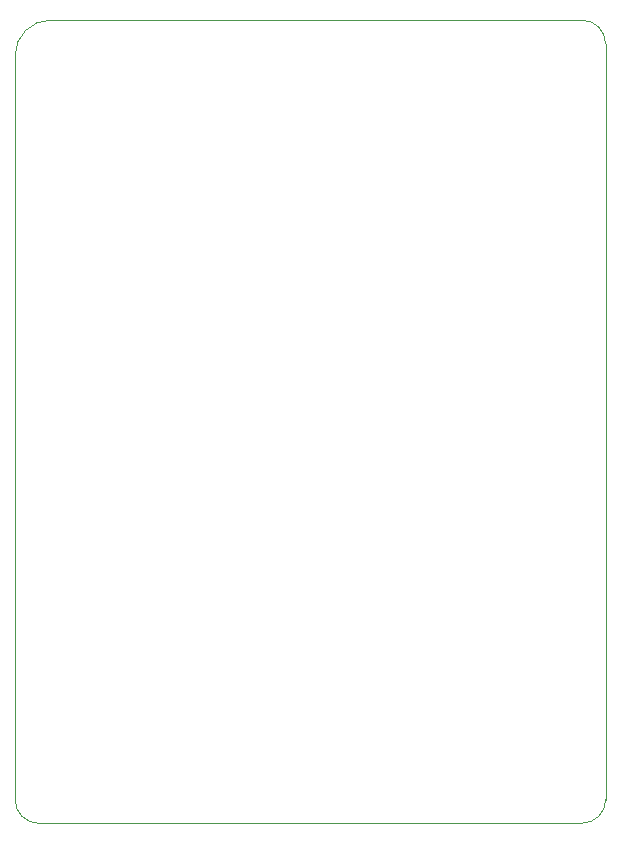
<source format=gbr>
%TF.GenerationSoftware,KiCad,Pcbnew,(5.1.6)-1*%
%TF.CreationDate,2022-01-17T21:19:15-08:00*%
%TF.ProjectId,PCB,5043422e-6b69-4636-9164-5f7063625858,rev?*%
%TF.SameCoordinates,Original*%
%TF.FileFunction,Profile,NP*%
%FSLAX46Y46*%
G04 Gerber Fmt 4.6, Leading zero omitted, Abs format (unit mm)*
G04 Created by KiCad (PCBNEW (5.1.6)-1) date 2022-01-17 21:19:15*
%MOMM*%
%LPD*%
G01*
G04 APERTURE LIST*
%TA.AperFunction,Profile*%
%ADD10C,0.050000*%
%TD*%
%TA.AperFunction,Profile*%
%ADD11C,0.100000*%
%TD*%
G04 APERTURE END LIST*
D10*
X115000000Y-60000000D02*
X115000000Y-123000000D01*
X117000000Y-125000000D02*
G75*
G02*
X115000000Y-123000000I0J2000000D01*
G01*
X165000000Y-123000000D02*
G75*
G02*
X163000000Y-125000000I-2000000J0D01*
G01*
X163000000Y-57000000D02*
G75*
G02*
X165000000Y-59000000I0J-2000000D01*
G01*
X115000000Y-60000000D02*
G75*
G02*
X118000000Y-57000000I3000000J0D01*
G01*
D11*
X165000000Y-59000000D02*
X165000000Y-123000000D01*
X118000000Y-57000000D02*
X163000000Y-57000000D01*
X163000000Y-125000000D02*
X117000000Y-125000000D01*
M02*

</source>
